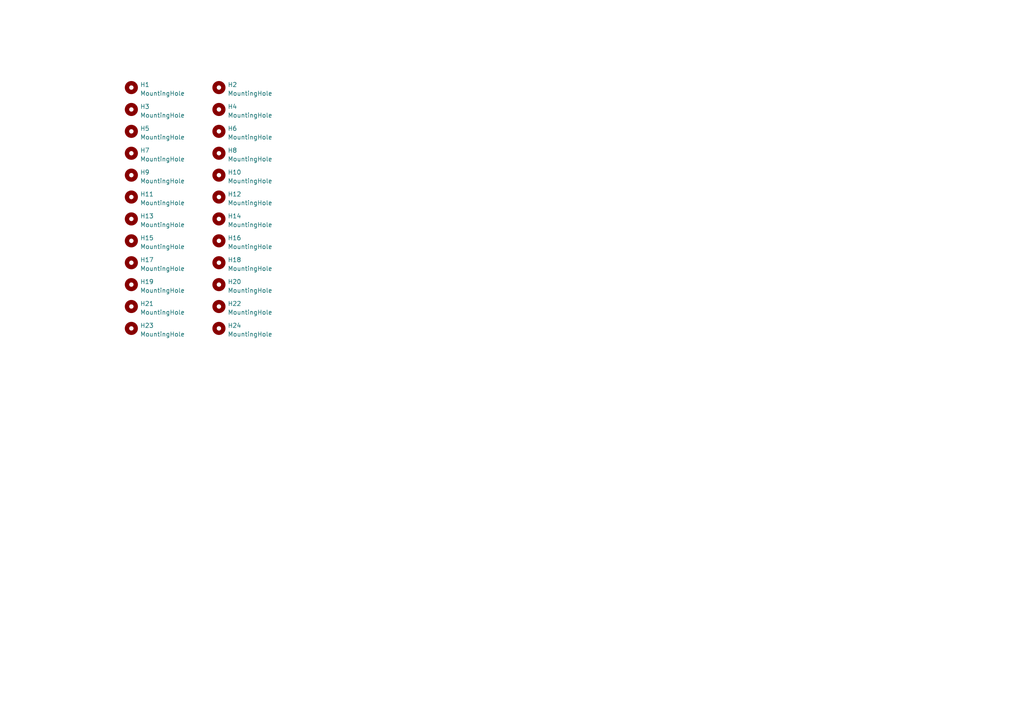
<source format=kicad_sch>
(kicad_sch (version 20231120) (generator "eeschema") (generator_version "8.0")
  (paper "A4")
  (lib_symbols
    (symbol "Mechanical:MountingHole" (pin_names (offset 1.016))
      (property "Reference" "H" (at 0 5.08 0))
      (property "Value" "MountingHole" (at 0 3.175 0))
      (symbol "MountingHole_0_1"
        (circle (center 0 0) (radius 1.27) (stroke (width 1.27)))
      )
    )
  )
  (symbol (lib_id "Mechanical:MountingHole") (at 63.5 50.8 0) (unit 1)
    (property "Reference" "H10" (at 66.04 49.9653 0) (effects (justify left)))
    (property "Value" "MountingHole" (at 66.04 52.5022 0) (effects (justify left)))
    (property "Footprint" "cipulot_parts:HOLE_M2" (effects (hide yes)))
    (instances (project "the-nicholas-van" (path "" (reference "H10") (unit 1)) (path "" (reference "H10") (unit 1))) (project "travaulta" (path "" (reference "H13") (unit 1))) (project "EC60" (path "" (reference "H1") (unit 1))) (project "forti EC" (path "" (reference "H10") (unit 1))))
  )
  (symbol (lib_id "Mechanical:MountingHole") (at 38.1 76.2 0) (unit 1)
    (property "Reference" "H17" (at 40.64 75.3653 0) (effects (justify left)))
    (property "Value" "MountingHole" (at 40.64 77.9022 0) (effects (justify left)))
    (property "Footprint" "cipulot_parts:HOLE_M2" (effects (hide yes)))
    (instances (project "the-nicholas-van" (path "" (reference "H17") (unit 1)) (path "" (reference "H17") (unit 1))) (project "travaulta" (path "" (reference "H17") (unit 1))) (project "EC60" (path "" (reference "H1") (unit 1))) (project "forti EC" (path "" (reference "H17") (unit 1))))
  )
  (symbol (lib_id "Mechanical:MountingHole") (at 38.1 88.9 0) (unit 1)
    (property "Reference" "H21" (at 40.64 88.0653 0) (effects (justify left)))
    (property "Value" "MountingHole" (at 40.64 90.6022 0) (effects (justify left)))
    (property "Footprint" "cipulot_parts:HOLE_M2" (effects (hide yes)))
    (instances (project "the-nicholas-van" (path "" (reference "H21") (unit 1)) (path "" (reference "H21") (unit 1))) (project "travaulta" (path "" (reference "H6") (unit 1))) (project "EC60" (path "" (reference "H1") (unit 1))) (project "forti EC" (path "" (reference "H21") (unit 1))))
  )
  (symbol (lib_id "Mechanical:MountingHole") (at 63.5 88.9 0) (unit 1)
    (property "Reference" "H22" (at 66.04 88.0653 0) (effects (justify left)))
    (property "Value" "MountingHole" (at 66.04 90.6022 0) (effects (justify left)))
    (property "Footprint" "cipulot_parts:HOLE_M2" (effects (hide yes)))
    (instances (project "the-nicholas-van" (path "" (reference "H22") (unit 1)) (path "" (reference "H22") (unit 1))) (project "travaulta" (path "" (reference "H14") (unit 1))) (project "EC60" (path "" (reference "H1") (unit 1))) (project "forti EC" (path "" (reference "H22") (unit 1))))
  )
  (symbol (lib_id "Mechanical:MountingHole") (at 38.1 63.5 0) (unit 1)
    (property "Reference" "H13" (at 40.64 62.6653 0) (effects (justify left)))
    (property "Value" "MountingHole" (at 40.64 65.2022 0) (effects (justify left)))
    (property "Footprint" "cipulot_parts:HOLE_M2" (effects (hide yes)))
    (instances (project "the-nicholas-van" (path "" (reference "H13") (unit 1)) (path "" (reference "H13") (unit 1))) (project "travaulta" (path "" (reference "H7") (unit 1))) (project "EC60" (path "" (reference "H1") (unit 1))) (project "forti EC" (path "" (reference "H13") (unit 1))))
  )
  (symbol (lib_id "Mechanical:MountingHole") (at 38.1 82.55 0) (unit 1)
    (property "Reference" "H19" (at 40.64 81.7153 0) (effects (justify left)))
    (property "Value" "MountingHole" (at 40.64 84.2522 0) (effects (justify left)))
    (property "Footprint" "cipulot_parts:HOLE_M2" (effects (hide yes)))
    (instances (project "the-nicholas-van" (path "" (reference "H19") (unit 1)) (path "" (reference "H19") (unit 1))) (project "travaulta" (path "" (reference "H5") (unit 1))) (project "EC60" (path "" (reference "H1") (unit 1))) (project "forti EC" (path "" (reference "H19") (unit 1))))
  )
  (symbol (lib_id "Mechanical:MountingHole") (at 63.5 63.5 0) (unit 1)
    (property "Reference" "H14" (at 66.04 62.6653 0) (effects (justify left)))
    (property "Value" "MountingHole" (at 66.04 65.2022 0) (effects (justify left)))
    (property "Footprint" "cipulot_parts:HOLE_M2" (effects (hide yes)))
    (instances (project "the-nicholas-van" (path "" (reference "H14") (unit 1)) (path "" (reference "H14") (unit 1))) (project "travaulta" (path "" (reference "H15") (unit 1))) (project "EC60" (path "" (reference "H1") (unit 1))) (project "forti EC" (path "" (reference "H14") (unit 1))))
  )
  (symbol (lib_id "Mechanical:MountingHole") (at 38.1 50.8 0) (unit 1)
    (property "Reference" "H9" (at 40.64 49.9653 0) (effects (justify left)))
    (property "Value" "MountingHole" (at 40.64 52.5022 0) (effects (justify left)))
    (property "Footprint" "cipulot_parts:HOLE_M2" (effects (hide yes)))
    (instances (project "the-nicholas-van" (path "" (reference "H9") (unit 1)) (path "" (reference "H9") (unit 1))) (project "travaulta" (path "" (reference "H5") (unit 1))) (project "EC60" (path "" (reference "H1") (unit 1))) (project "forti EC" (path "" (reference "H9") (unit 1))))
  )
  (symbol (lib_id "Mechanical:MountingHole") (at 38.1 57.15 0) (unit 1)
    (property "Reference" "H11" (at 40.64 56.3153 0) (effects (justify left)))
    (property "Value" "MountingHole" (at 40.64 58.8522 0) (effects (justify left)))
    (property "Footprint" "cipulot_parts:HOLE_M2" (effects (hide yes)))
    (instances (project "the-nicholas-van" (path "" (reference "H11") (unit 1)) (path "" (reference "H11") (unit 1))) (project "travaulta" (path "" (reference "H6") (unit 1))) (project "EC60" (path "" (reference "H1") (unit 1))) (project "forti EC" (path "" (reference "H11") (unit 1))))
  )
  (symbol (lib_id "Mechanical:MountingHole") (at 63.5 82.55 0) (unit 1)
    (property "Reference" "H20" (at 66.04 81.7153 0) (effects (justify left)))
    (property "Value" "MountingHole" (at 66.04 84.2522 0) (effects (justify left)))
    (property "Footprint" "cipulot_parts:HOLE_M2" (effects (hide yes)))
    (instances (project "the-nicholas-van" (path "" (reference "H20") (unit 1)) (path "" (reference "H20") (unit 1))) (project "travaulta" (path "" (reference "H13") (unit 1))) (project "EC60" (path "" (reference "H1") (unit 1))) (project "forti EC" (path "" (reference "H20") (unit 1))))
  )
  (symbol (lib_id "Mechanical:MountingHole") (at 63.5 76.2 0) (unit 1)
    (property "Reference" "H18" (at 66.04 75.3653 0) (effects (justify left)))
    (property "Value" "MountingHole" (at 66.04 77.9022 0) (effects (justify left)))
    (property "Footprint" "cipulot_parts:HOLE_M2" (effects (hide yes)))
    (instances (project "the-nicholas-van" (path "" (reference "H18") (unit 1)) (path "" (reference "H18") (unit 1))) (project "travaulta" (path "" (reference "H17") (unit 1))) (project "EC60" (path "" (reference "H1") (unit 1))) (project "forti EC" (path "" (reference "H18") (unit 1))))
  )
  (symbol (lib_id "Mechanical:MountingHole") (at 38.1 69.85 0) (unit 1)
    (property "Reference" "H15" (at 40.64 69.0153 0) (effects (justify left)))
    (property "Value" "MountingHole" (at 40.64 71.5522 0) (effects (justify left)))
    (property "Footprint" "cipulot_parts:HOLE_M2" (effects (hide yes)))
    (instances (project "the-nicholas-van" (path "" (reference "H15") (unit 1)) (path "" (reference "H15") (unit 1))) (project "travaulta" (path "" (reference "H8") (unit 1))) (project "EC60" (path "" (reference "H1") (unit 1))) (project "forti EC" (path "" (reference "H15") (unit 1))))
  )
  (symbol (lib_id "Mechanical:MountingHole") (at 63.5 69.85 0) (unit 1)
    (property "Reference" "H16" (at 66.04 69.0153 0) (effects (justify left)))
    (property "Value" "MountingHole" (at 66.04 71.5522 0) (effects (justify left)))
    (property "Footprint" "cipulot_parts:HOLE_M2" (effects (hide yes)))
    (instances (project "the-nicholas-van" (path "" (reference "H16") (unit 1)) (path "" (reference "H16") (unit 1))) (project "travaulta" (path "" (reference "H16") (unit 1))) (project "EC60" (path "" (reference "H1") (unit 1))) (project "forti EC" (path "" (reference "H16") (unit 1))))
  )
  (symbol (lib_id "Mechanical:MountingHole") (at 63.5 25.4 0) (unit 1)
    (property "Reference" "H2" (at 66.04 24.5653 0) (effects (justify left)))
    (property "Value" "MountingHole" (at 66.04 27.1022 0) (effects (justify left)))
    (property "Footprint" "cipulot_parts:HOLE_M2" (effects (hide yes)))
    (instances (project "the-nicholas-van" (path "" (reference "H2") (unit 1)) (path "" (reference "H2") (unit 1))) (project "travaulta" (path "" (reference "H9") (unit 1))) (project "EC60" (path "" (reference "H1") (unit 1))) (project "forti EC" (path "" (reference "H2") (unit 1))))
  )
  (symbol (lib_id "Mechanical:MountingHole") (at 38.1 95.25 0) (unit 1)
    (property "Reference" "H23" (at 40.64 94.4153 0) (effects (justify left)))
    (property "Value" "MountingHole" (at 40.64 96.9522 0) (effects (justify left)))
    (property "Footprint" "cipulot_parts:HOLE_M2" (effects (hide yes)))
    (instances (project "the-nicholas-van" (path "" (reference "H23") (unit 1)) (path "" (reference "H23") (unit 1))) (project "travaulta" (path "" (reference "H7") (unit 1))) (project "EC60" (path "" (reference "H1") (unit 1))) (project "forti EC" (path "" (reference "H23") (unit 1))))
  )
  (symbol (lib_id "Mechanical:MountingHole") (at 63.5 95.25 0) (unit 1)
    (property "Reference" "H24" (at 66.04 94.4153 0) (effects (justify left)))
    (property "Value" "MountingHole" (at 66.04 96.9522 0) (effects (justify left)))
    (property "Footprint" "cipulot_parts:HOLE_M2" (effects (hide yes)))
    (instances (project "the-nicholas-van" (path "" (reference "H24") (unit 1)) (path "" (reference "H24") (unit 1))) (project "travaulta" (path "" (reference "H15") (unit 1))) (project "EC60" (path "" (reference "H1") (unit 1))) (project "forti EC" (path "" (reference "H24") (unit 1))))
  )
  (symbol (lib_id "Mechanical:MountingHole") (at 38.1 38.1 0) (unit 1)
    (property "Reference" "H5" (at 40.64 37.2653 0) (effects (justify left)))
    (property "Value" "MountingHole" (at 40.64 39.8022 0) (effects (justify left)))
    (property "Footprint" "cipulot_parts:HOLE_M2" (effects (hide yes)))
    (instances (project "the-nicholas-van" (path "" (reference "H5") (unit 1)) (path "" (reference "H5") (unit 1))) (project "travaulta" (path "" (reference "H3") (unit 1))) (project "EC60" (path "" (reference "H1") (unit 1))) (project "forti EC" (path "" (reference "H5") (unit 1))))
  )
  (symbol (lib_id "Mechanical:MountingHole") (at 38.1 44.45 0) (unit 1)
    (property "Reference" "H7" (at 40.64 43.6153 0) (effects (justify left)))
    (property "Value" "MountingHole" (at 40.64 46.1522 0) (effects (justify left)))
    (property "Footprint" "cipulot_parts:HOLE_M2" (effects (hide yes)))
    (instances (project "the-nicholas-van" (path "" (reference "H7") (unit 1)) (path "" (reference "H7") (unit 1))) (project "travaulta" (path "" (reference "H4") (unit 1))) (project "EC60" (path "" (reference "H1") (unit 1))) (project "forti EC" (path "" (reference "H7") (unit 1))))
  )
  (symbol (lib_id "Mechanical:MountingHole") (at 63.5 38.1 0) (unit 1)
    (property "Reference" "H6" (at 66.04 37.2653 0) (effects (justify left)))
    (property "Value" "MountingHole" (at 66.04 39.8022 0) (effects (justify left)))
    (property "Footprint" "cipulot_parts:HOLE_M2" (effects (hide yes)))
    (instances (project "the-nicholas-van" (path "" (reference "H6") (unit 1)) (path "" (reference "H6") (unit 1))) (project "travaulta" (path "" (reference "H11") (unit 1))) (project "EC60" (path "" (reference "H1") (unit 1))) (project "forti EC" (path "" (reference "H6") (unit 1))))
  )
  (symbol (lib_id "Mechanical:MountingHole") (at 38.1 25.4 0) (unit 1)
    (property "Reference" "H1" (at 40.64 24.5653 0) (effects (justify left)))
    (property "Value" "MountingHole" (at 40.64 27.1022 0) (effects (justify left)))
    (property "Footprint" "cipulot_parts:HOLE_M2" (effects (hide yes)))
  )
  (symbol (lib_id "Mechanical:MountingHole") (at 63.5 57.15 0) (unit 1)
    (property "Reference" "H12" (at 66.04 56.3153 0) (effects (justify left)))
    (property "Value" "MountingHole" (at 66.04 58.8522 0) (effects (justify left)))
    (property "Footprint" "cipulot_parts:HOLE_M2" (effects (hide yes)))
    (instances (project "the-nicholas-van" (path "" (reference "H12") (unit 1)) (path "" (reference "H12") (unit 1))) (project "travaulta" (path "" (reference "H14") (unit 1))) (project "EC60" (path "" (reference "H1") (unit 1))) (project "forti EC" (path "" (reference "H12") (unit 1))))
  )
  (symbol (lib_id "Mechanical:MountingHole") (at 38.1 31.75 0) (unit 1)
    (property "Reference" "H3" (at 40.64 30.9153 0) (effects (justify left)))
    (property "Value" "MountingHole" (at 40.64 33.4522 0) (effects (justify left)))
    (property "Footprint" "cipulot_parts:HOLE_M2" (effects (hide yes)))
    (instances (project "the-nicholas-van" (path "" (reference "H3") (unit 1)) (path "" (reference "H3") (unit 1))) (project "travaulta" (path "" (reference "H2") (unit 1))) (project "EC60" (path "" (reference "H1") (unit 1))) (project "forti EC" (path "" (reference "H3") (unit 1))))
  )
  (symbol (lib_id "Mechanical:MountingHole") (at 63.5 31.75 0) (unit 1)
    (property "Reference" "H4" (at 66.04 30.9153 0) (effects (justify left)))
    (property "Value" "MountingHole" (at 66.04 33.4522 0) (effects (justify left)))
    (property "Footprint" "cipulot_parts:HOLE_M2" (effects (hide yes)))
    (instances (project "the-nicholas-van" (path "" (reference "H4") (unit 1)) (path "" (reference "H4") (unit 1))) (project "travaulta" (path "" (reference "H10") (unit 1))) (project "EC60" (path "" (reference "H1") (unit 1))) (project "forti EC" (path "" (reference "H4") (unit 1))))
  )
  (symbol (lib_id "Mechanical:MountingHole") (at 63.5 44.45 0) (unit 1)
    (property "Reference" "H8" (at 66.04 43.6153 0) (effects (justify left)))
    (property "Value" "MountingHole" (at 66.04 46.1522 0) (effects (justify left)))
    (property "Footprint" "cipulot_parts:HOLE_M2" (effects (hide yes)))
    (instances (project "the-nicholas-van" (path "" (reference "H8") (unit 1)) (path "" (reference "H8") (unit 1))) (project "travaulta" (path "" (reference "H12") (unit 1))) (project "EC60" (path "" (reference "H1") (unit 1))) (project "forti EC" (path "" (reference "H8") (unit 1))))
  )
)
</source>
